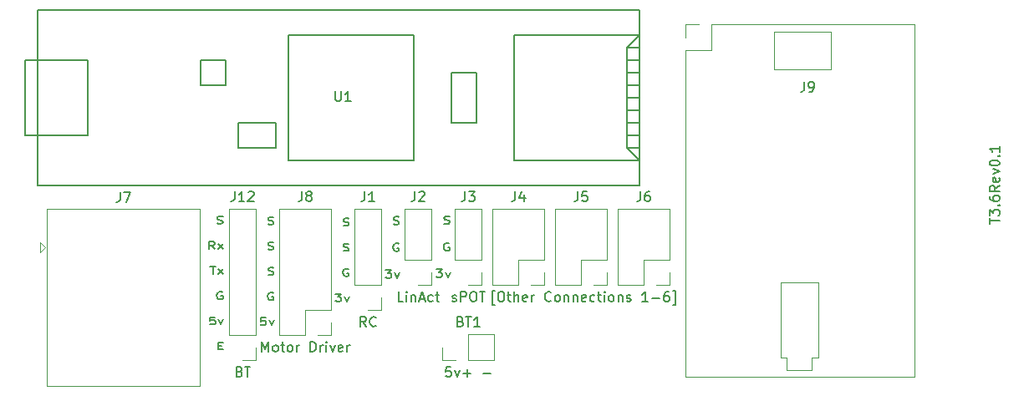
<source format=gbr>
G04 #@! TF.GenerationSoftware,KiCad,Pcbnew,(5.1.2)-2*
G04 #@! TF.CreationDate,2019-09-03T22:12:58-05:00*
G04 #@! TF.ProjectId,ControlBoard_Rev1,436f6e74-726f-46c4-926f-6172645f5265,rev?*
G04 #@! TF.SameCoordinates,Original*
G04 #@! TF.FileFunction,Legend,Top*
G04 #@! TF.FilePolarity,Positive*
%FSLAX46Y46*%
G04 Gerber Fmt 4.6, Leading zero omitted, Abs format (unit mm)*
G04 Created by KiCad (PCBNEW (5.1.2)-2) date 2019-09-03 22:12:58*
%MOMM*%
%LPD*%
G04 APERTURE LIST*
%ADD10C,0.150000*%
%ADD11C,0.120000*%
G04 APERTURE END LIST*
D10*
X210272380Y-96686190D02*
X210272380Y-96114761D01*
X211272380Y-96400476D02*
X210272380Y-96400476D01*
X210272380Y-95876666D02*
X210272380Y-95257619D01*
X210653333Y-95590952D01*
X210653333Y-95448095D01*
X210700952Y-95352857D01*
X210748571Y-95305238D01*
X210843809Y-95257619D01*
X211081904Y-95257619D01*
X211177142Y-95305238D01*
X211224761Y-95352857D01*
X211272380Y-95448095D01*
X211272380Y-95733809D01*
X211224761Y-95829047D01*
X211177142Y-95876666D01*
X211177142Y-94829047D02*
X211224761Y-94781428D01*
X211272380Y-94829047D01*
X211224761Y-94876666D01*
X211177142Y-94829047D01*
X211272380Y-94829047D01*
X210272380Y-93924285D02*
X210272380Y-94114761D01*
X210320000Y-94210000D01*
X210367619Y-94257619D01*
X210510476Y-94352857D01*
X210700952Y-94400476D01*
X211081904Y-94400476D01*
X211177142Y-94352857D01*
X211224761Y-94305238D01*
X211272380Y-94210000D01*
X211272380Y-94019523D01*
X211224761Y-93924285D01*
X211177142Y-93876666D01*
X211081904Y-93829047D01*
X210843809Y-93829047D01*
X210748571Y-93876666D01*
X210700952Y-93924285D01*
X210653333Y-94019523D01*
X210653333Y-94210000D01*
X210700952Y-94305238D01*
X210748571Y-94352857D01*
X210843809Y-94400476D01*
X211272380Y-92829047D02*
X210796190Y-93162380D01*
X211272380Y-93400476D02*
X210272380Y-93400476D01*
X210272380Y-93019523D01*
X210320000Y-92924285D01*
X210367619Y-92876666D01*
X210462857Y-92829047D01*
X210605714Y-92829047D01*
X210700952Y-92876666D01*
X210748571Y-92924285D01*
X210796190Y-93019523D01*
X210796190Y-93400476D01*
X211224761Y-92019523D02*
X211272380Y-92114761D01*
X211272380Y-92305238D01*
X211224761Y-92400476D01*
X211129523Y-92448095D01*
X210748571Y-92448095D01*
X210653333Y-92400476D01*
X210605714Y-92305238D01*
X210605714Y-92114761D01*
X210653333Y-92019523D01*
X210748571Y-91971904D01*
X210843809Y-91971904D01*
X210939047Y-92448095D01*
X210605714Y-91638571D02*
X211272380Y-91400476D01*
X210605714Y-91162380D01*
X210272380Y-90590952D02*
X210272380Y-90495714D01*
X210320000Y-90400476D01*
X210367619Y-90352857D01*
X210462857Y-90305238D01*
X210653333Y-90257619D01*
X210891428Y-90257619D01*
X211081904Y-90305238D01*
X211177142Y-90352857D01*
X211224761Y-90400476D01*
X211272380Y-90495714D01*
X211272380Y-90590952D01*
X211224761Y-90686190D01*
X211177142Y-90733809D01*
X211081904Y-90781428D01*
X210891428Y-90829047D01*
X210653333Y-90829047D01*
X210462857Y-90781428D01*
X210367619Y-90733809D01*
X210320000Y-90686190D01*
X210272380Y-90590952D01*
X211177142Y-89829047D02*
X211224761Y-89781428D01*
X211272380Y-89829047D01*
X211224761Y-89876666D01*
X211177142Y-89829047D01*
X211272380Y-89829047D01*
X211272380Y-88829047D02*
X211272380Y-89400476D01*
X211272380Y-89114761D02*
X210272380Y-89114761D01*
X210415238Y-89210000D01*
X210510476Y-89305238D01*
X210558095Y-89400476D01*
X132046095Y-96671571D02*
X132188952Y-96707285D01*
X132427047Y-96707285D01*
X132522285Y-96671571D01*
X132569904Y-96635857D01*
X132617523Y-96564428D01*
X132617523Y-96493000D01*
X132569904Y-96421571D01*
X132522285Y-96385857D01*
X132427047Y-96350142D01*
X132236571Y-96314428D01*
X132141333Y-96278714D01*
X132093714Y-96243000D01*
X132046095Y-96171571D01*
X132046095Y-96100142D01*
X132093714Y-96028714D01*
X132141333Y-95993000D01*
X132236571Y-95957285D01*
X132474666Y-95957285D01*
X132617523Y-95993000D01*
X131808000Y-99257285D02*
X131474666Y-98900142D01*
X131236571Y-99257285D02*
X131236571Y-98507285D01*
X131617523Y-98507285D01*
X131712761Y-98543000D01*
X131760380Y-98578714D01*
X131808000Y-98650142D01*
X131808000Y-98757285D01*
X131760380Y-98828714D01*
X131712761Y-98864428D01*
X131617523Y-98900142D01*
X131236571Y-98900142D01*
X132141333Y-99257285D02*
X132665142Y-98757285D01*
X132141333Y-98757285D02*
X132665142Y-99257285D01*
X131331809Y-101057285D02*
X131903238Y-101057285D01*
X131617523Y-101807285D02*
X131617523Y-101057285D01*
X132141333Y-101807285D02*
X132665142Y-101307285D01*
X132141333Y-101307285D02*
X132665142Y-101807285D01*
X132569904Y-103643000D02*
X132474666Y-103607285D01*
X132331809Y-103607285D01*
X132188952Y-103643000D01*
X132093714Y-103714428D01*
X132046095Y-103785857D01*
X131998476Y-103928714D01*
X131998476Y-104035857D01*
X132046095Y-104178714D01*
X132093714Y-104250142D01*
X132188952Y-104321571D01*
X132331809Y-104357285D01*
X132427047Y-104357285D01*
X132569904Y-104321571D01*
X132617523Y-104285857D01*
X132617523Y-104035857D01*
X132427047Y-104035857D01*
X131808000Y-106157285D02*
X131331809Y-106157285D01*
X131284190Y-106514428D01*
X131331809Y-106478714D01*
X131427047Y-106443000D01*
X131665142Y-106443000D01*
X131760380Y-106478714D01*
X131808000Y-106514428D01*
X131855619Y-106585857D01*
X131855619Y-106764428D01*
X131808000Y-106835857D01*
X131760380Y-106871571D01*
X131665142Y-106907285D01*
X131427047Y-106907285D01*
X131331809Y-106871571D01*
X131284190Y-106835857D01*
X132188952Y-106407285D02*
X132427047Y-106907285D01*
X132665142Y-106407285D01*
X132141333Y-109064428D02*
X132474666Y-109064428D01*
X132617523Y-109457285D02*
X132141333Y-109457285D01*
X132141333Y-108707285D01*
X132617523Y-108707285D01*
X155033095Y-96683809D02*
X155175952Y-96721904D01*
X155414047Y-96721904D01*
X155509285Y-96683809D01*
X155556904Y-96645714D01*
X155604523Y-96569523D01*
X155604523Y-96493333D01*
X155556904Y-96417142D01*
X155509285Y-96379047D01*
X155414047Y-96340952D01*
X155223571Y-96302857D01*
X155128333Y-96264761D01*
X155080714Y-96226666D01*
X155033095Y-96150476D01*
X155033095Y-96074285D01*
X155080714Y-95998095D01*
X155128333Y-95960000D01*
X155223571Y-95921904D01*
X155461666Y-95921904D01*
X155604523Y-95960000D01*
X155556904Y-98660000D02*
X155461666Y-98621904D01*
X155318809Y-98621904D01*
X155175952Y-98660000D01*
X155080714Y-98736190D01*
X155033095Y-98812380D01*
X154985476Y-98964761D01*
X154985476Y-99079047D01*
X155033095Y-99231428D01*
X155080714Y-99307619D01*
X155175952Y-99383809D01*
X155318809Y-99421904D01*
X155414047Y-99421904D01*
X155556904Y-99383809D01*
X155604523Y-99345714D01*
X155604523Y-99079047D01*
X155414047Y-99079047D01*
X154223571Y-101321904D02*
X154842619Y-101321904D01*
X154509285Y-101626666D01*
X154652142Y-101626666D01*
X154747380Y-101664761D01*
X154795000Y-101702857D01*
X154842619Y-101779047D01*
X154842619Y-101969523D01*
X154795000Y-102045714D01*
X154747380Y-102083809D01*
X154652142Y-102121904D01*
X154366428Y-102121904D01*
X154271190Y-102083809D01*
X154223571Y-102045714D01*
X155175952Y-101588571D02*
X155414047Y-102121904D01*
X155652142Y-101588571D01*
X137189595Y-96740071D02*
X137332452Y-96775785D01*
X137570547Y-96775785D01*
X137665785Y-96740071D01*
X137713404Y-96704357D01*
X137761023Y-96632928D01*
X137761023Y-96561500D01*
X137713404Y-96490071D01*
X137665785Y-96454357D01*
X137570547Y-96418642D01*
X137380071Y-96382928D01*
X137284833Y-96347214D01*
X137237214Y-96311500D01*
X137189595Y-96240071D01*
X137189595Y-96168642D01*
X137237214Y-96097214D01*
X137284833Y-96061500D01*
X137380071Y-96025785D01*
X137618166Y-96025785D01*
X137761023Y-96061500D01*
X137189595Y-99290071D02*
X137332452Y-99325785D01*
X137570547Y-99325785D01*
X137665785Y-99290071D01*
X137713404Y-99254357D01*
X137761023Y-99182928D01*
X137761023Y-99111500D01*
X137713404Y-99040071D01*
X137665785Y-99004357D01*
X137570547Y-98968642D01*
X137380071Y-98932928D01*
X137284833Y-98897214D01*
X137237214Y-98861500D01*
X137189595Y-98790071D01*
X137189595Y-98718642D01*
X137237214Y-98647214D01*
X137284833Y-98611500D01*
X137380071Y-98575785D01*
X137618166Y-98575785D01*
X137761023Y-98611500D01*
X137189595Y-101840071D02*
X137332452Y-101875785D01*
X137570547Y-101875785D01*
X137665785Y-101840071D01*
X137713404Y-101804357D01*
X137761023Y-101732928D01*
X137761023Y-101661500D01*
X137713404Y-101590071D01*
X137665785Y-101554357D01*
X137570547Y-101518642D01*
X137380071Y-101482928D01*
X137284833Y-101447214D01*
X137237214Y-101411500D01*
X137189595Y-101340071D01*
X137189595Y-101268642D01*
X137237214Y-101197214D01*
X137284833Y-101161500D01*
X137380071Y-101125785D01*
X137618166Y-101125785D01*
X137761023Y-101161500D01*
X137713404Y-103711500D02*
X137618166Y-103675785D01*
X137475309Y-103675785D01*
X137332452Y-103711500D01*
X137237214Y-103782928D01*
X137189595Y-103854357D01*
X137141976Y-103997214D01*
X137141976Y-104104357D01*
X137189595Y-104247214D01*
X137237214Y-104318642D01*
X137332452Y-104390071D01*
X137475309Y-104425785D01*
X137570547Y-104425785D01*
X137713404Y-104390071D01*
X137761023Y-104354357D01*
X137761023Y-104104357D01*
X137570547Y-104104357D01*
X136951500Y-106225785D02*
X136475309Y-106225785D01*
X136427690Y-106582928D01*
X136475309Y-106547214D01*
X136570547Y-106511500D01*
X136808642Y-106511500D01*
X136903880Y-106547214D01*
X136951500Y-106582928D01*
X136999119Y-106654357D01*
X136999119Y-106832928D01*
X136951500Y-106904357D01*
X136903880Y-106940071D01*
X136808642Y-106975785D01*
X136570547Y-106975785D01*
X136475309Y-106940071D01*
X136427690Y-106904357D01*
X137332452Y-106475785D02*
X137570547Y-106975785D01*
X137808642Y-106475785D01*
X144809595Y-96872071D02*
X144952452Y-96907785D01*
X145190547Y-96907785D01*
X145285785Y-96872071D01*
X145333404Y-96836357D01*
X145381023Y-96764928D01*
X145381023Y-96693500D01*
X145333404Y-96622071D01*
X145285785Y-96586357D01*
X145190547Y-96550642D01*
X145000071Y-96514928D01*
X144904833Y-96479214D01*
X144857214Y-96443500D01*
X144809595Y-96372071D01*
X144809595Y-96300642D01*
X144857214Y-96229214D01*
X144904833Y-96193500D01*
X145000071Y-96157785D01*
X145238166Y-96157785D01*
X145381023Y-96193500D01*
X144809595Y-99422071D02*
X144952452Y-99457785D01*
X145190547Y-99457785D01*
X145285785Y-99422071D01*
X145333404Y-99386357D01*
X145381023Y-99314928D01*
X145381023Y-99243500D01*
X145333404Y-99172071D01*
X145285785Y-99136357D01*
X145190547Y-99100642D01*
X145000071Y-99064928D01*
X144904833Y-99029214D01*
X144857214Y-98993500D01*
X144809595Y-98922071D01*
X144809595Y-98850642D01*
X144857214Y-98779214D01*
X144904833Y-98743500D01*
X145000071Y-98707785D01*
X145238166Y-98707785D01*
X145381023Y-98743500D01*
X145333404Y-101293500D02*
X145238166Y-101257785D01*
X145095309Y-101257785D01*
X144952452Y-101293500D01*
X144857214Y-101364928D01*
X144809595Y-101436357D01*
X144761976Y-101579214D01*
X144761976Y-101686357D01*
X144809595Y-101829214D01*
X144857214Y-101900642D01*
X144952452Y-101972071D01*
X145095309Y-102007785D01*
X145190547Y-102007785D01*
X145333404Y-101972071D01*
X145381023Y-101936357D01*
X145381023Y-101686357D01*
X145190547Y-101686357D01*
X144000071Y-103807785D02*
X144619119Y-103807785D01*
X144285785Y-104093500D01*
X144428642Y-104093500D01*
X144523880Y-104129214D01*
X144571500Y-104164928D01*
X144619119Y-104236357D01*
X144619119Y-104414928D01*
X144571500Y-104486357D01*
X144523880Y-104522071D01*
X144428642Y-104557785D01*
X144142928Y-104557785D01*
X144047690Y-104522071D01*
X144000071Y-104486357D01*
X144952452Y-104057785D02*
X145190547Y-104557785D01*
X145428642Y-104057785D01*
X149889595Y-96747309D02*
X150032452Y-96785404D01*
X150270547Y-96785404D01*
X150365785Y-96747309D01*
X150413404Y-96709214D01*
X150461023Y-96633023D01*
X150461023Y-96556833D01*
X150413404Y-96480642D01*
X150365785Y-96442547D01*
X150270547Y-96404452D01*
X150080071Y-96366357D01*
X149984833Y-96328261D01*
X149937214Y-96290166D01*
X149889595Y-96213976D01*
X149889595Y-96137785D01*
X149937214Y-96061595D01*
X149984833Y-96023500D01*
X150080071Y-95985404D01*
X150318166Y-95985404D01*
X150461023Y-96023500D01*
X150413404Y-98723500D02*
X150318166Y-98685404D01*
X150175309Y-98685404D01*
X150032452Y-98723500D01*
X149937214Y-98799690D01*
X149889595Y-98875880D01*
X149841976Y-99028261D01*
X149841976Y-99142547D01*
X149889595Y-99294928D01*
X149937214Y-99371119D01*
X150032452Y-99447309D01*
X150175309Y-99485404D01*
X150270547Y-99485404D01*
X150413404Y-99447309D01*
X150461023Y-99409214D01*
X150461023Y-99142547D01*
X150270547Y-99142547D01*
X149080071Y-101385404D02*
X149699119Y-101385404D01*
X149365785Y-101690166D01*
X149508642Y-101690166D01*
X149603880Y-101728261D01*
X149651500Y-101766357D01*
X149699119Y-101842547D01*
X149699119Y-102033023D01*
X149651500Y-102109214D01*
X149603880Y-102147309D01*
X149508642Y-102185404D01*
X149222928Y-102185404D01*
X149127690Y-102147309D01*
X149080071Y-102109214D01*
X150032452Y-101652071D02*
X150270547Y-102185404D01*
X150508642Y-101652071D01*
D11*
X179518000Y-112201000D02*
X202718000Y-112201000D01*
X179518000Y-79121000D02*
X179518000Y-112201000D01*
X202718000Y-76521000D02*
X202718000Y-112201000D01*
X179518000Y-79121000D02*
X182118000Y-79121000D01*
X182118000Y-79121000D02*
X182118000Y-76521000D01*
X182118000Y-76521000D02*
X202718000Y-76521000D01*
X179518000Y-77851000D02*
X179518000Y-76521000D01*
X179518000Y-76521000D02*
X180848000Y-76521000D01*
X189103000Y-102616000D02*
X192913000Y-102616000D01*
X189103000Y-102616000D02*
X189103000Y-110236000D01*
X189103000Y-110236000D02*
X189738000Y-110236000D01*
X189738000Y-110236000D02*
X189738000Y-111506000D01*
X192913000Y-102616000D02*
X192913000Y-110236000D01*
X192278000Y-110236000D02*
X192913000Y-110236000D01*
X192278000Y-110236000D02*
X192278000Y-111506000D01*
X189738000Y-111506000D02*
X192278000Y-111506000D01*
X188468000Y-77216000D02*
X194183000Y-77216000D01*
X194183000Y-77216000D02*
X194183000Y-81026000D01*
X194183000Y-81026000D02*
X188468000Y-81026000D01*
X188468000Y-81026000D02*
X188468000Y-77216000D01*
X114110000Y-99560000D02*
X114610000Y-99060000D01*
X114110000Y-98560000D02*
X114110000Y-99560000D01*
X114610000Y-99060000D02*
X114110000Y-98560000D01*
X114795000Y-113140000D02*
X130315000Y-113140000D01*
X130315000Y-95180000D02*
X130315000Y-113140000D01*
X130315000Y-95180000D02*
X114795000Y-95180000D01*
X114795000Y-95180000D02*
X114795000Y-113140000D01*
X177860000Y-102930000D02*
X176530000Y-102930000D01*
X177860000Y-101600000D02*
X177860000Y-102930000D01*
X175260000Y-102930000D02*
X172660000Y-102930000D01*
X175260000Y-100330000D02*
X175260000Y-102930000D01*
X177860000Y-100330000D02*
X175260000Y-100330000D01*
X172660000Y-102930000D02*
X172660000Y-95190000D01*
X177860000Y-100330000D02*
X177860000Y-95190000D01*
X177860000Y-95190000D02*
X172660000Y-95190000D01*
X171510000Y-102930000D02*
X170180000Y-102930000D01*
X171510000Y-101600000D02*
X171510000Y-102930000D01*
X168910000Y-102930000D02*
X166310000Y-102930000D01*
X168910000Y-100330000D02*
X168910000Y-102930000D01*
X171510000Y-100330000D02*
X168910000Y-100330000D01*
X166310000Y-102930000D02*
X166310000Y-95190000D01*
X171510000Y-100330000D02*
X171510000Y-95190000D01*
X171510000Y-95190000D02*
X166310000Y-95190000D01*
X165160000Y-95190000D02*
X159960000Y-95190000D01*
X165160000Y-100330000D02*
X165160000Y-95190000D01*
X159960000Y-102930000D02*
X159960000Y-95190000D01*
X165160000Y-100330000D02*
X162560000Y-100330000D01*
X162560000Y-100330000D02*
X162560000Y-102930000D01*
X162560000Y-102930000D02*
X159960000Y-102930000D01*
X165160000Y-101600000D02*
X165160000Y-102930000D01*
X165160000Y-102930000D02*
X163830000Y-102930000D01*
X158810000Y-102930000D02*
X157480000Y-102930000D01*
X158810000Y-101600000D02*
X158810000Y-102930000D01*
X158810000Y-100330000D02*
X156150000Y-100330000D01*
X156150000Y-100330000D02*
X156150000Y-95190000D01*
X158810000Y-100330000D02*
X158810000Y-95190000D01*
X158810000Y-95190000D02*
X156150000Y-95190000D01*
X153730000Y-95190000D02*
X151070000Y-95190000D01*
X153730000Y-100330000D02*
X153730000Y-95190000D01*
X151070000Y-100330000D02*
X151070000Y-95190000D01*
X153730000Y-100330000D02*
X151070000Y-100330000D01*
X153730000Y-101600000D02*
X153730000Y-102930000D01*
X153730000Y-102930000D02*
X152400000Y-102930000D01*
X148650000Y-95190000D02*
X145990000Y-95190000D01*
X148650000Y-102870000D02*
X148650000Y-95190000D01*
X145990000Y-102870000D02*
X145990000Y-95190000D01*
X148650000Y-102870000D02*
X145990000Y-102870000D01*
X148650000Y-104140000D02*
X148650000Y-105470000D01*
X148650000Y-105470000D02*
X147320000Y-105470000D01*
X143570000Y-95190000D02*
X138370000Y-95190000D01*
X143570000Y-105410000D02*
X143570000Y-95190000D01*
X138370000Y-108010000D02*
X138370000Y-95190000D01*
X143570000Y-105410000D02*
X140970000Y-105410000D01*
X140970000Y-105410000D02*
X140970000Y-108010000D01*
X140970000Y-108010000D02*
X138370000Y-108010000D01*
X143570000Y-106680000D02*
X143570000Y-108010000D01*
X143570000Y-108010000D02*
X142240000Y-108010000D01*
X135950000Y-95190000D02*
X133290000Y-95190000D01*
X135950000Y-107950000D02*
X135950000Y-95190000D01*
X133290000Y-107950000D02*
X133290000Y-95190000D01*
X135950000Y-107950000D02*
X133290000Y-107950000D01*
X135950000Y-109220000D02*
X135950000Y-110550000D01*
X135950000Y-110550000D02*
X134620000Y-110550000D01*
X160080000Y-110550000D02*
X160080000Y-107890000D01*
X157480000Y-110550000D02*
X160080000Y-110550000D01*
X157480000Y-107890000D02*
X160080000Y-107890000D01*
X157480000Y-110550000D02*
X157480000Y-107890000D01*
X156210000Y-110550000D02*
X154880000Y-110550000D01*
X154880000Y-110550000D02*
X154880000Y-109220000D01*
D10*
X130377001Y-80085001D02*
X130377001Y-82625001D01*
X130377001Y-82625001D02*
X132917001Y-82625001D01*
X132917001Y-82625001D02*
X132917001Y-80085001D01*
X132917001Y-80085001D02*
X130377001Y-80085001D01*
X137997001Y-88975001D02*
X134187001Y-88975001D01*
X134187001Y-88975001D02*
X134187001Y-86435001D01*
X134187001Y-86435001D02*
X137997001Y-86435001D01*
X137997001Y-86435001D02*
X137997001Y-88975001D01*
X151967001Y-90245001D02*
X151967001Y-77545001D01*
X139267001Y-77545001D02*
X139267001Y-90245001D01*
X139267001Y-90245001D02*
X151967001Y-90245001D01*
X139267001Y-77545001D02*
X151967001Y-77545001D01*
X173557001Y-88975001D02*
X174827001Y-88975001D01*
X173557001Y-87705001D02*
X174827001Y-87705001D01*
X173557001Y-86435001D02*
X174827001Y-86435001D01*
X173557001Y-85165001D02*
X174827001Y-85165001D01*
X173557001Y-83895001D02*
X174827001Y-83895001D01*
X173557001Y-82625001D02*
X174827001Y-82625001D01*
X173557001Y-81355001D02*
X174827001Y-81355001D01*
X173557001Y-80085001D02*
X174827001Y-80085001D01*
X173557001Y-78815001D02*
X174827001Y-78815001D01*
X174827001Y-90245001D02*
X173557001Y-88975001D01*
X173557001Y-88975001D02*
X173557001Y-78815001D01*
X173557001Y-78815001D02*
X174827001Y-77545001D01*
X174827001Y-77545001D02*
X162127001Y-77545001D01*
X162127001Y-77545001D02*
X162127001Y-90245001D01*
X162127001Y-90245001D02*
X174827001Y-90245001D01*
X174827001Y-75005001D02*
X113867001Y-75005001D01*
X113867001Y-92785001D02*
X174827001Y-92785001D01*
X113867001Y-87705001D02*
X112597001Y-87705001D01*
X112597001Y-87705001D02*
X112597001Y-80085001D01*
X112597001Y-80085001D02*
X113867001Y-80085001D01*
X118947001Y-87705001D02*
X118947001Y-80085001D01*
X118947001Y-80085001D02*
X113867001Y-80085001D01*
X118947001Y-87705001D02*
X113867001Y-87705001D01*
X158317001Y-81355001D02*
X158317001Y-86435001D01*
X158317001Y-86435001D02*
X155777001Y-86435001D01*
X155777001Y-86435001D02*
X155777001Y-81355001D01*
X155777001Y-81355001D02*
X158317001Y-81355001D01*
X174827001Y-75005001D02*
X174827001Y-92785001D01*
X113867001Y-92785001D02*
X113867001Y-75005001D01*
X191514666Y-82303380D02*
X191514666Y-83017666D01*
X191467047Y-83160523D01*
X191371809Y-83255761D01*
X191228952Y-83303380D01*
X191133714Y-83303380D01*
X192038476Y-83303380D02*
X192228952Y-83303380D01*
X192324190Y-83255761D01*
X192371809Y-83208142D01*
X192467047Y-83065285D01*
X192514666Y-82874809D01*
X192514666Y-82493857D01*
X192467047Y-82398619D01*
X192419428Y-82351000D01*
X192324190Y-82303380D01*
X192133714Y-82303380D01*
X192038476Y-82351000D01*
X191990857Y-82398619D01*
X191943238Y-82493857D01*
X191943238Y-82731952D01*
X191990857Y-82827190D01*
X192038476Y-82874809D01*
X192133714Y-82922428D01*
X192324190Y-82922428D01*
X192419428Y-82874809D01*
X192467047Y-82827190D01*
X192514666Y-82731952D01*
X122221666Y-93512380D02*
X122221666Y-94226666D01*
X122174047Y-94369523D01*
X122078809Y-94464761D01*
X121935952Y-94512380D01*
X121840714Y-94512380D01*
X122602619Y-93512380D02*
X123269285Y-93512380D01*
X122840714Y-94512380D01*
X174926666Y-93432380D02*
X174926666Y-94146666D01*
X174879047Y-94289523D01*
X174783809Y-94384761D01*
X174640952Y-94432380D01*
X174545714Y-94432380D01*
X175831428Y-93432380D02*
X175640952Y-93432380D01*
X175545714Y-93480000D01*
X175498095Y-93527619D01*
X175402857Y-93670476D01*
X175355238Y-93860952D01*
X175355238Y-94241904D01*
X175402857Y-94337142D01*
X175450476Y-94384761D01*
X175545714Y-94432380D01*
X175736190Y-94432380D01*
X175831428Y-94384761D01*
X175879047Y-94337142D01*
X175926666Y-94241904D01*
X175926666Y-94003809D01*
X175879047Y-93908571D01*
X175831428Y-93860952D01*
X175736190Y-93813333D01*
X175545714Y-93813333D01*
X175450476Y-93860952D01*
X175402857Y-93908571D01*
X175355238Y-94003809D01*
X168576666Y-93432380D02*
X168576666Y-94146666D01*
X168529047Y-94289523D01*
X168433809Y-94384761D01*
X168290952Y-94432380D01*
X168195714Y-94432380D01*
X169529047Y-93432380D02*
X169052857Y-93432380D01*
X169005238Y-93908571D01*
X169052857Y-93860952D01*
X169148095Y-93813333D01*
X169386190Y-93813333D01*
X169481428Y-93860952D01*
X169529047Y-93908571D01*
X169576666Y-94003809D01*
X169576666Y-94241904D01*
X169529047Y-94337142D01*
X169481428Y-94384761D01*
X169386190Y-94432380D01*
X169148095Y-94432380D01*
X169052857Y-94384761D01*
X169005238Y-94337142D01*
X160140190Y-104925714D02*
X159902095Y-104925714D01*
X159902095Y-103497142D01*
X160140190Y-103497142D01*
X160711619Y-103592380D02*
X160902095Y-103592380D01*
X160997333Y-103640000D01*
X161092571Y-103735238D01*
X161140190Y-103925714D01*
X161140190Y-104259047D01*
X161092571Y-104449523D01*
X160997333Y-104544761D01*
X160902095Y-104592380D01*
X160711619Y-104592380D01*
X160616380Y-104544761D01*
X160521142Y-104449523D01*
X160473523Y-104259047D01*
X160473523Y-103925714D01*
X160521142Y-103735238D01*
X160616380Y-103640000D01*
X160711619Y-103592380D01*
X161425904Y-103925714D02*
X161806857Y-103925714D01*
X161568761Y-103592380D02*
X161568761Y-104449523D01*
X161616380Y-104544761D01*
X161711619Y-104592380D01*
X161806857Y-104592380D01*
X162140190Y-104592380D02*
X162140190Y-103592380D01*
X162568761Y-104592380D02*
X162568761Y-104068571D01*
X162521142Y-103973333D01*
X162425904Y-103925714D01*
X162283047Y-103925714D01*
X162187809Y-103973333D01*
X162140190Y-104020952D01*
X163425904Y-104544761D02*
X163330666Y-104592380D01*
X163140190Y-104592380D01*
X163044952Y-104544761D01*
X162997333Y-104449523D01*
X162997333Y-104068571D01*
X163044952Y-103973333D01*
X163140190Y-103925714D01*
X163330666Y-103925714D01*
X163425904Y-103973333D01*
X163473523Y-104068571D01*
X163473523Y-104163809D01*
X162997333Y-104259047D01*
X163902095Y-104592380D02*
X163902095Y-103925714D01*
X163902095Y-104116190D02*
X163949714Y-104020952D01*
X163997333Y-103973333D01*
X164092571Y-103925714D01*
X164187809Y-103925714D01*
X165854476Y-104497142D02*
X165806857Y-104544761D01*
X165664000Y-104592380D01*
X165568761Y-104592380D01*
X165425904Y-104544761D01*
X165330666Y-104449523D01*
X165283047Y-104354285D01*
X165235428Y-104163809D01*
X165235428Y-104020952D01*
X165283047Y-103830476D01*
X165330666Y-103735238D01*
X165425904Y-103640000D01*
X165568761Y-103592380D01*
X165664000Y-103592380D01*
X165806857Y-103640000D01*
X165854476Y-103687619D01*
X166425904Y-104592380D02*
X166330666Y-104544761D01*
X166283047Y-104497142D01*
X166235428Y-104401904D01*
X166235428Y-104116190D01*
X166283047Y-104020952D01*
X166330666Y-103973333D01*
X166425904Y-103925714D01*
X166568761Y-103925714D01*
X166664000Y-103973333D01*
X166711619Y-104020952D01*
X166759238Y-104116190D01*
X166759238Y-104401904D01*
X166711619Y-104497142D01*
X166664000Y-104544761D01*
X166568761Y-104592380D01*
X166425904Y-104592380D01*
X167187809Y-103925714D02*
X167187809Y-104592380D01*
X167187809Y-104020952D02*
X167235428Y-103973333D01*
X167330666Y-103925714D01*
X167473523Y-103925714D01*
X167568761Y-103973333D01*
X167616380Y-104068571D01*
X167616380Y-104592380D01*
X168092571Y-103925714D02*
X168092571Y-104592380D01*
X168092571Y-104020952D02*
X168140190Y-103973333D01*
X168235428Y-103925714D01*
X168378285Y-103925714D01*
X168473523Y-103973333D01*
X168521142Y-104068571D01*
X168521142Y-104592380D01*
X169378285Y-104544761D02*
X169283047Y-104592380D01*
X169092571Y-104592380D01*
X168997333Y-104544761D01*
X168949714Y-104449523D01*
X168949714Y-104068571D01*
X168997333Y-103973333D01*
X169092571Y-103925714D01*
X169283047Y-103925714D01*
X169378285Y-103973333D01*
X169425904Y-104068571D01*
X169425904Y-104163809D01*
X168949714Y-104259047D01*
X170283047Y-104544761D02*
X170187809Y-104592380D01*
X169997333Y-104592380D01*
X169902095Y-104544761D01*
X169854476Y-104497142D01*
X169806857Y-104401904D01*
X169806857Y-104116190D01*
X169854476Y-104020952D01*
X169902095Y-103973333D01*
X169997333Y-103925714D01*
X170187809Y-103925714D01*
X170283047Y-103973333D01*
X170568761Y-103925714D02*
X170949714Y-103925714D01*
X170711619Y-103592380D02*
X170711619Y-104449523D01*
X170759238Y-104544761D01*
X170854476Y-104592380D01*
X170949714Y-104592380D01*
X171283047Y-104592380D02*
X171283047Y-103925714D01*
X171283047Y-103592380D02*
X171235428Y-103640000D01*
X171283047Y-103687619D01*
X171330666Y-103640000D01*
X171283047Y-103592380D01*
X171283047Y-103687619D01*
X171902095Y-104592380D02*
X171806857Y-104544761D01*
X171759238Y-104497142D01*
X171711619Y-104401904D01*
X171711619Y-104116190D01*
X171759238Y-104020952D01*
X171806857Y-103973333D01*
X171902095Y-103925714D01*
X172044952Y-103925714D01*
X172140190Y-103973333D01*
X172187809Y-104020952D01*
X172235428Y-104116190D01*
X172235428Y-104401904D01*
X172187809Y-104497142D01*
X172140190Y-104544761D01*
X172044952Y-104592380D01*
X171902095Y-104592380D01*
X172664000Y-103925714D02*
X172664000Y-104592380D01*
X172664000Y-104020952D02*
X172711619Y-103973333D01*
X172806857Y-103925714D01*
X172949714Y-103925714D01*
X173044952Y-103973333D01*
X173092571Y-104068571D01*
X173092571Y-104592380D01*
X173521142Y-104544761D02*
X173616380Y-104592380D01*
X173806857Y-104592380D01*
X173902095Y-104544761D01*
X173949714Y-104449523D01*
X173949714Y-104401904D01*
X173902095Y-104306666D01*
X173806857Y-104259047D01*
X173664000Y-104259047D01*
X173568761Y-104211428D01*
X173521142Y-104116190D01*
X173521142Y-104068571D01*
X173568761Y-103973333D01*
X173664000Y-103925714D01*
X173806857Y-103925714D01*
X173902095Y-103973333D01*
X175664000Y-104592380D02*
X175092571Y-104592380D01*
X175378285Y-104592380D02*
X175378285Y-103592380D01*
X175283047Y-103735238D01*
X175187809Y-103830476D01*
X175092571Y-103878095D01*
X176092571Y-104211428D02*
X176854476Y-104211428D01*
X177759238Y-103592380D02*
X177568761Y-103592380D01*
X177473523Y-103640000D01*
X177425904Y-103687619D01*
X177330666Y-103830476D01*
X177283047Y-104020952D01*
X177283047Y-104401904D01*
X177330666Y-104497142D01*
X177378285Y-104544761D01*
X177473523Y-104592380D01*
X177664000Y-104592380D01*
X177759238Y-104544761D01*
X177806857Y-104497142D01*
X177854476Y-104401904D01*
X177854476Y-104163809D01*
X177806857Y-104068571D01*
X177759238Y-104020952D01*
X177664000Y-103973333D01*
X177473523Y-103973333D01*
X177378285Y-104020952D01*
X177330666Y-104068571D01*
X177283047Y-104163809D01*
X178187809Y-104925714D02*
X178425904Y-104925714D01*
X178425904Y-103497142D01*
X178187809Y-103497142D01*
X162226666Y-93432380D02*
X162226666Y-94146666D01*
X162179047Y-94289523D01*
X162083809Y-94384761D01*
X161940952Y-94432380D01*
X161845714Y-94432380D01*
X163131428Y-93765714D02*
X163131428Y-94432380D01*
X162893333Y-93384761D02*
X162655238Y-94099047D01*
X163274285Y-94099047D01*
X157146666Y-93432380D02*
X157146666Y-94146666D01*
X157099047Y-94289523D01*
X157003809Y-94384761D01*
X156860952Y-94432380D01*
X156765714Y-94432380D01*
X157527619Y-93432380D02*
X158146666Y-93432380D01*
X157813333Y-93813333D01*
X157956190Y-93813333D01*
X158051428Y-93860952D01*
X158099047Y-93908571D01*
X158146666Y-94003809D01*
X158146666Y-94241904D01*
X158099047Y-94337142D01*
X158051428Y-94384761D01*
X157956190Y-94432380D01*
X157670476Y-94432380D01*
X157575238Y-94384761D01*
X157527619Y-94337142D01*
X155860952Y-104544761D02*
X155956190Y-104592380D01*
X156146666Y-104592380D01*
X156241904Y-104544761D01*
X156289523Y-104449523D01*
X156289523Y-104401904D01*
X156241904Y-104306666D01*
X156146666Y-104259047D01*
X156003809Y-104259047D01*
X155908571Y-104211428D01*
X155860952Y-104116190D01*
X155860952Y-104068571D01*
X155908571Y-103973333D01*
X156003809Y-103925714D01*
X156146666Y-103925714D01*
X156241904Y-103973333D01*
X156718095Y-104592380D02*
X156718095Y-103592380D01*
X157099047Y-103592380D01*
X157194285Y-103640000D01*
X157241904Y-103687619D01*
X157289523Y-103782857D01*
X157289523Y-103925714D01*
X157241904Y-104020952D01*
X157194285Y-104068571D01*
X157099047Y-104116190D01*
X156718095Y-104116190D01*
X157908571Y-103592380D02*
X158099047Y-103592380D01*
X158194285Y-103640000D01*
X158289523Y-103735238D01*
X158337142Y-103925714D01*
X158337142Y-104259047D01*
X158289523Y-104449523D01*
X158194285Y-104544761D01*
X158099047Y-104592380D01*
X157908571Y-104592380D01*
X157813333Y-104544761D01*
X157718095Y-104449523D01*
X157670476Y-104259047D01*
X157670476Y-103925714D01*
X157718095Y-103735238D01*
X157813333Y-103640000D01*
X157908571Y-103592380D01*
X158622857Y-103592380D02*
X159194285Y-103592380D01*
X158908571Y-104592380D02*
X158908571Y-103592380D01*
X152066666Y-93432380D02*
X152066666Y-94146666D01*
X152019047Y-94289523D01*
X151923809Y-94384761D01*
X151780952Y-94432380D01*
X151685714Y-94432380D01*
X152495238Y-93527619D02*
X152542857Y-93480000D01*
X152638095Y-93432380D01*
X152876190Y-93432380D01*
X152971428Y-93480000D01*
X153019047Y-93527619D01*
X153066666Y-93622857D01*
X153066666Y-93718095D01*
X153019047Y-93860952D01*
X152447619Y-94432380D01*
X153066666Y-94432380D01*
X150876190Y-104592380D02*
X150400000Y-104592380D01*
X150400000Y-103592380D01*
X151209523Y-104592380D02*
X151209523Y-103925714D01*
X151209523Y-103592380D02*
X151161904Y-103640000D01*
X151209523Y-103687619D01*
X151257142Y-103640000D01*
X151209523Y-103592380D01*
X151209523Y-103687619D01*
X151685714Y-103925714D02*
X151685714Y-104592380D01*
X151685714Y-104020952D02*
X151733333Y-103973333D01*
X151828571Y-103925714D01*
X151971428Y-103925714D01*
X152066666Y-103973333D01*
X152114285Y-104068571D01*
X152114285Y-104592380D01*
X152542857Y-104306666D02*
X153019047Y-104306666D01*
X152447619Y-104592380D02*
X152780952Y-103592380D01*
X153114285Y-104592380D01*
X153876190Y-104544761D02*
X153780952Y-104592380D01*
X153590476Y-104592380D01*
X153495238Y-104544761D01*
X153447619Y-104497142D01*
X153400000Y-104401904D01*
X153400000Y-104116190D01*
X153447619Y-104020952D01*
X153495238Y-103973333D01*
X153590476Y-103925714D01*
X153780952Y-103925714D01*
X153876190Y-103973333D01*
X154161904Y-103925714D02*
X154542857Y-103925714D01*
X154304761Y-103592380D02*
X154304761Y-104449523D01*
X154352380Y-104544761D01*
X154447619Y-104592380D01*
X154542857Y-104592380D01*
X146986666Y-93432380D02*
X146986666Y-94146666D01*
X146939047Y-94289523D01*
X146843809Y-94384761D01*
X146700952Y-94432380D01*
X146605714Y-94432380D01*
X147986666Y-94432380D02*
X147415238Y-94432380D01*
X147700952Y-94432380D02*
X147700952Y-93432380D01*
X147605714Y-93575238D01*
X147510476Y-93670476D01*
X147415238Y-93718095D01*
X147129523Y-107132380D02*
X146796190Y-106656190D01*
X146558095Y-107132380D02*
X146558095Y-106132380D01*
X146939047Y-106132380D01*
X147034285Y-106180000D01*
X147081904Y-106227619D01*
X147129523Y-106322857D01*
X147129523Y-106465714D01*
X147081904Y-106560952D01*
X147034285Y-106608571D01*
X146939047Y-106656190D01*
X146558095Y-106656190D01*
X148129523Y-107037142D02*
X148081904Y-107084761D01*
X147939047Y-107132380D01*
X147843809Y-107132380D01*
X147700952Y-107084761D01*
X147605714Y-106989523D01*
X147558095Y-106894285D01*
X147510476Y-106703809D01*
X147510476Y-106560952D01*
X147558095Y-106370476D01*
X147605714Y-106275238D01*
X147700952Y-106180000D01*
X147843809Y-106132380D01*
X147939047Y-106132380D01*
X148081904Y-106180000D01*
X148129523Y-106227619D01*
X140636666Y-93432380D02*
X140636666Y-94146666D01*
X140589047Y-94289523D01*
X140493809Y-94384761D01*
X140350952Y-94432380D01*
X140255714Y-94432380D01*
X141255714Y-93860952D02*
X141160476Y-93813333D01*
X141112857Y-93765714D01*
X141065238Y-93670476D01*
X141065238Y-93622857D01*
X141112857Y-93527619D01*
X141160476Y-93480000D01*
X141255714Y-93432380D01*
X141446190Y-93432380D01*
X141541428Y-93480000D01*
X141589047Y-93527619D01*
X141636666Y-93622857D01*
X141636666Y-93670476D01*
X141589047Y-93765714D01*
X141541428Y-93813333D01*
X141446190Y-93860952D01*
X141255714Y-93860952D01*
X141160476Y-93908571D01*
X141112857Y-93956190D01*
X141065238Y-94051428D01*
X141065238Y-94241904D01*
X141112857Y-94337142D01*
X141160476Y-94384761D01*
X141255714Y-94432380D01*
X141446190Y-94432380D01*
X141541428Y-94384761D01*
X141589047Y-94337142D01*
X141636666Y-94241904D01*
X141636666Y-94051428D01*
X141589047Y-93956190D01*
X141541428Y-93908571D01*
X141446190Y-93860952D01*
X136589047Y-109672380D02*
X136589047Y-108672380D01*
X136922380Y-109386666D01*
X137255714Y-108672380D01*
X137255714Y-109672380D01*
X137874761Y-109672380D02*
X137779523Y-109624761D01*
X137731904Y-109577142D01*
X137684285Y-109481904D01*
X137684285Y-109196190D01*
X137731904Y-109100952D01*
X137779523Y-109053333D01*
X137874761Y-109005714D01*
X138017619Y-109005714D01*
X138112857Y-109053333D01*
X138160476Y-109100952D01*
X138208095Y-109196190D01*
X138208095Y-109481904D01*
X138160476Y-109577142D01*
X138112857Y-109624761D01*
X138017619Y-109672380D01*
X137874761Y-109672380D01*
X138493809Y-109005714D02*
X138874761Y-109005714D01*
X138636666Y-108672380D02*
X138636666Y-109529523D01*
X138684285Y-109624761D01*
X138779523Y-109672380D01*
X138874761Y-109672380D01*
X139350952Y-109672380D02*
X139255714Y-109624761D01*
X139208095Y-109577142D01*
X139160476Y-109481904D01*
X139160476Y-109196190D01*
X139208095Y-109100952D01*
X139255714Y-109053333D01*
X139350952Y-109005714D01*
X139493809Y-109005714D01*
X139589047Y-109053333D01*
X139636666Y-109100952D01*
X139684285Y-109196190D01*
X139684285Y-109481904D01*
X139636666Y-109577142D01*
X139589047Y-109624761D01*
X139493809Y-109672380D01*
X139350952Y-109672380D01*
X140112857Y-109672380D02*
X140112857Y-109005714D01*
X140112857Y-109196190D02*
X140160476Y-109100952D01*
X140208095Y-109053333D01*
X140303333Y-109005714D01*
X140398571Y-109005714D01*
X141493809Y-109672380D02*
X141493809Y-108672380D01*
X141731904Y-108672380D01*
X141874761Y-108720000D01*
X141970000Y-108815238D01*
X142017619Y-108910476D01*
X142065238Y-109100952D01*
X142065238Y-109243809D01*
X142017619Y-109434285D01*
X141970000Y-109529523D01*
X141874761Y-109624761D01*
X141731904Y-109672380D01*
X141493809Y-109672380D01*
X142493809Y-109672380D02*
X142493809Y-109005714D01*
X142493809Y-109196190D02*
X142541428Y-109100952D01*
X142589047Y-109053333D01*
X142684285Y-109005714D01*
X142779523Y-109005714D01*
X143112857Y-109672380D02*
X143112857Y-109005714D01*
X143112857Y-108672380D02*
X143065238Y-108720000D01*
X143112857Y-108767619D01*
X143160476Y-108720000D01*
X143112857Y-108672380D01*
X143112857Y-108767619D01*
X143493809Y-109005714D02*
X143731904Y-109672380D01*
X143970000Y-109005714D01*
X144731904Y-109624761D02*
X144636666Y-109672380D01*
X144446190Y-109672380D01*
X144350952Y-109624761D01*
X144303333Y-109529523D01*
X144303333Y-109148571D01*
X144350952Y-109053333D01*
X144446190Y-109005714D01*
X144636666Y-109005714D01*
X144731904Y-109053333D01*
X144779523Y-109148571D01*
X144779523Y-109243809D01*
X144303333Y-109339047D01*
X145208095Y-109672380D02*
X145208095Y-109005714D01*
X145208095Y-109196190D02*
X145255714Y-109100952D01*
X145303333Y-109053333D01*
X145398571Y-109005714D01*
X145493809Y-109005714D01*
X133810476Y-93432380D02*
X133810476Y-94146666D01*
X133762857Y-94289523D01*
X133667619Y-94384761D01*
X133524761Y-94432380D01*
X133429523Y-94432380D01*
X134810476Y-94432380D02*
X134239047Y-94432380D01*
X134524761Y-94432380D02*
X134524761Y-93432380D01*
X134429523Y-93575238D01*
X134334285Y-93670476D01*
X134239047Y-93718095D01*
X135191428Y-93527619D02*
X135239047Y-93480000D01*
X135334285Y-93432380D01*
X135572380Y-93432380D01*
X135667619Y-93480000D01*
X135715238Y-93527619D01*
X135762857Y-93622857D01*
X135762857Y-93718095D01*
X135715238Y-93860952D01*
X135143809Y-94432380D01*
X135762857Y-94432380D01*
X134310476Y-111688571D02*
X134453333Y-111736190D01*
X134500952Y-111783809D01*
X134548571Y-111879047D01*
X134548571Y-112021904D01*
X134500952Y-112117142D01*
X134453333Y-112164761D01*
X134358095Y-112212380D01*
X133977142Y-112212380D01*
X133977142Y-111212380D01*
X134310476Y-111212380D01*
X134405714Y-111260000D01*
X134453333Y-111307619D01*
X134500952Y-111402857D01*
X134500952Y-111498095D01*
X134453333Y-111593333D01*
X134405714Y-111640952D01*
X134310476Y-111688571D01*
X133977142Y-111688571D01*
X134834285Y-111212380D02*
X135405714Y-111212380D01*
X135120000Y-112212380D02*
X135120000Y-111212380D01*
X156694285Y-106608571D02*
X156837142Y-106656190D01*
X156884761Y-106703809D01*
X156932380Y-106799047D01*
X156932380Y-106941904D01*
X156884761Y-107037142D01*
X156837142Y-107084761D01*
X156741904Y-107132380D01*
X156360952Y-107132380D01*
X156360952Y-106132380D01*
X156694285Y-106132380D01*
X156789523Y-106180000D01*
X156837142Y-106227619D01*
X156884761Y-106322857D01*
X156884761Y-106418095D01*
X156837142Y-106513333D01*
X156789523Y-106560952D01*
X156694285Y-106608571D01*
X156360952Y-106608571D01*
X157218095Y-106132380D02*
X157789523Y-106132380D01*
X157503809Y-107132380D02*
X157503809Y-106132380D01*
X158646666Y-107132380D02*
X158075238Y-107132380D01*
X158360952Y-107132380D02*
X158360952Y-106132380D01*
X158265714Y-106275238D01*
X158170476Y-106370476D01*
X158075238Y-106418095D01*
X155718095Y-111212380D02*
X155241904Y-111212380D01*
X155194285Y-111688571D01*
X155241904Y-111640952D01*
X155337142Y-111593333D01*
X155575238Y-111593333D01*
X155670476Y-111640952D01*
X155718095Y-111688571D01*
X155765714Y-111783809D01*
X155765714Y-112021904D01*
X155718095Y-112117142D01*
X155670476Y-112164761D01*
X155575238Y-112212380D01*
X155337142Y-112212380D01*
X155241904Y-112164761D01*
X155194285Y-112117142D01*
X156099047Y-111545714D02*
X156337142Y-112212380D01*
X156575238Y-111545714D01*
X156956190Y-111831428D02*
X157718095Y-111831428D01*
X157337142Y-112212380D02*
X157337142Y-111450476D01*
X158956190Y-111831428D02*
X159718095Y-111831428D01*
X144018095Y-83272380D02*
X144018095Y-84081904D01*
X144065714Y-84177142D01*
X144113333Y-84224761D01*
X144208571Y-84272380D01*
X144399047Y-84272380D01*
X144494285Y-84224761D01*
X144541904Y-84177142D01*
X144589523Y-84081904D01*
X144589523Y-83272380D01*
X145589523Y-84272380D02*
X145018095Y-84272380D01*
X145303809Y-84272380D02*
X145303809Y-83272380D01*
X145208571Y-83415238D01*
X145113333Y-83510476D01*
X145018095Y-83558095D01*
M02*

</source>
